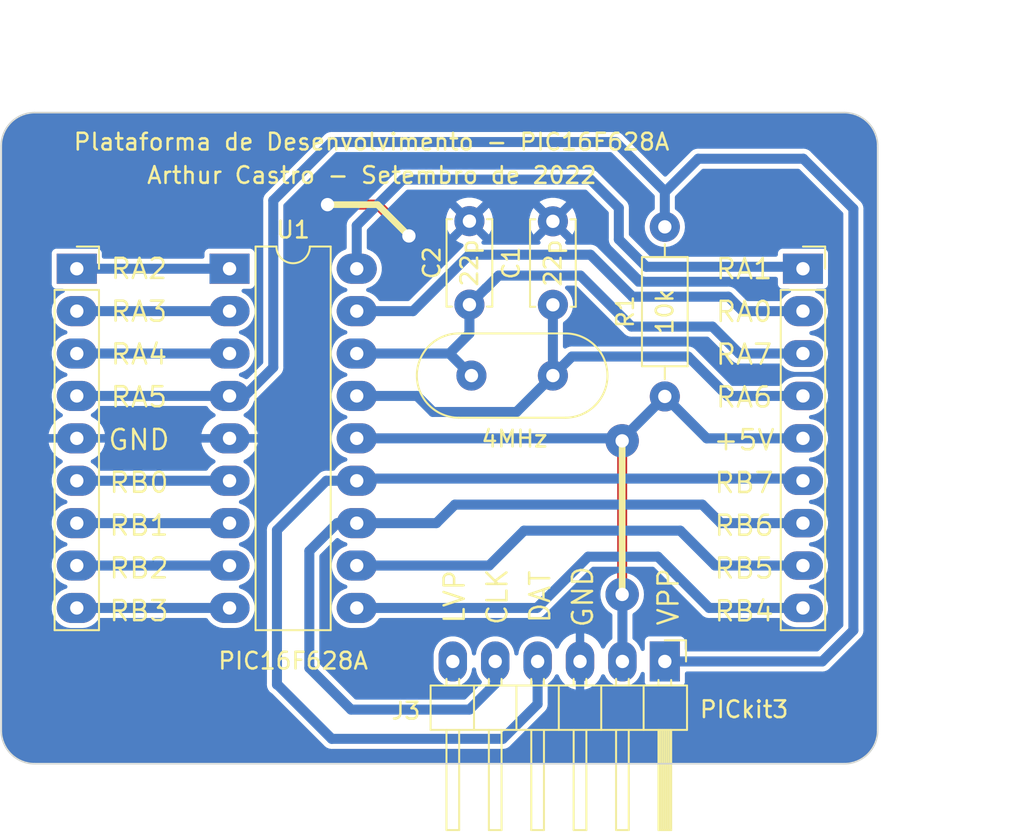
<source format=kicad_pcb>
(kicad_pcb (version 20211014) (generator pcbnew)
  (layers (0 "F.Cu" signal) (31 "B.Cu" signal) (34 "B.Paste" user) (35 "F.Paste" user) (36 "B.SilkS" user "B.Silkscreen") (37 "F.SilkS" user "F.Silkscreen") (38 "B.Mask" user) (39 "F.Mask" user) (44 "Edge.Cuts" user))
  (net 0 "")
  (net 1 "RA6")
  (net 2 "GND")
  (net 3 "RA7")
  (net 4 "RA2")
  (net 5 "RA3")
  (net 6 "RA4")
  (net 7 "RA5")
  (net 8 "RB0")
  (net 9 "RB1")
  (net 10 "RB2")
  (net 11 "RB3")
  (net 12 "RA1")
  (net 13 "RA0")
  (net 14 "+5V")
  (net 15 "DAT")
  (net 16 "CLK")
  (net 17 "RB5")
  (net 18 "RB4")
  (net 19 "LVP")
  (footprint "Crystal:Crystal_HC49-4H_Vertical" (layer "F.Cu") (at 156 95.61 180)
    (fp_text reference "Y1")
    (fp_text value "4MHz" (at 2.3 -3.79) (layer "F.SilkS"))
    (fp_line (start -0.76 -2.525) (end 5.64 -2.525) (layer "F.SilkS") (width 0.12))
    (fp_line (start -0.76 2.525) (end 5.64 2.525) (layer "F.SilkS") (width 0.12))
    (fp_arc (start 5.64 -2.525) (mid 8.165 0) (end 5.64 2.525) (layer "F.SilkS") (width 0.12))
    (fp_arc (start -0.76 2.525) (mid -3.285 0) (end -0.76 -2.525) (layer "F.SilkS") (width 0.12))
    (pad "1" thru_hole circle (at 0 0 180) (size 1.8 1.8) (drill 0.8) (layers *.Cu *.Mask) (net 1 "RA6"))
    (pad "2" thru_hole circle (at 4.88 0 180) (size 1.8 1.8) (drill 0.8) (layers *.Cu *.Mask) (net 3 "RA7"))
  )
  (footprint "Capacitor_THT:C_Disc_D5.0mm_W2.5mm_P5.00mm" (layer "F.Cu") (at 151 91.36 90)
    (fp_text reference "C2" (at 2.5 -2.25 90) (layer "F.SilkS"))
    (fp_text value "22p" (at 2.5 0 90) (layer "F.SilkS"))
    (fp_line (start -0.12 1.055) (end -0.12 1.37) (layer "F.SilkS") (width 0.12))
    (fp_line (start -0.12 -1.37) (end -0.12 -1.055) (layer "F.SilkS") (width 0.12))
    (fp_line (start 5.12 1.055) (end 5.12 1.37) (layer "F.SilkS") (width 0.12))
    (fp_line (start -0.12 -1.37) (end 5.12 -1.37) (layer "F.SilkS") (width 0.12))
    (fp_line (start 5.12 -1.37) (end 5.12 -1.055) (layer "F.SilkS") (width 0.12))
    (fp_line (start -0.12 1.37) (end 5.12 1.37) (layer "F.SilkS") (width 0.12))
    (pad "1" thru_hole circle (at 0 0 90) (size 1.8 1.8) (drill 0.8) (layers *.Cu *.Mask) (net 3 "RA7"))
    (pad "2" thru_hole circle (at 5 0 90) (size 1.8 1.8) (drill 0.8) (layers *.Cu *.Mask) (net 2 "GND"))
  )
  (footprint "Resistor_THT:R_Axial_DIN0207_L6.3mm_D2.5mm_P10.16mm_Horizontal" (layer "F.Cu") (at 162.705 96.86 90)
    (fp_text reference "R1" (at 5.08 -2.37 90) (layer "F.SilkS"))
    (fp_text value "10k" (at 5.08 0 90) (layer "F.SilkS"))
    (fp_line (start 1.04 0) (end 1.81 0) (layer "F.SilkS") (width 0.12))
    (fp_line (start 1.81 -1.37) (end 1.81 1.37) (layer "F.SilkS") (width 0.12))
    (fp_line (start 8.35 1.37) (end 8.35 -1.37) (layer "F.SilkS") (width 0.12))
    (fp_line (start 1.81 1.37) (end 8.35 1.37) (layer "F.SilkS") (width 0.12))
    (fp_line (start 9.12 0) (end 8.35 0) (layer "F.SilkS") (width 0.12))
    (fp_line (start 8.35 -1.37) (end 1.81 -1.37) (layer "F.SilkS") (width 0.12))
    (pad "1" thru_hole circle (at 0 0 90) (size 1.8 1.8) (drill 0.8) (layers *.Cu *.Mask) (net 14 "+5V"))
    (pad "2" thru_hole circle (at 10.16 0 90) (size 1.8 1.8) (drill 0.8) (layers *.Cu *.Mask) (net 7 "RA5"))
  )
  (footprint "Connector_PinHeader_2.54mm:PinHeader_1x06_P2.54mm_Horizontal" (layer "F.Cu") (at 162.705 112.735 -90)
    (fp_text reference "J3" (at 2.965 15.505 180) (layer "F.SilkS"))
    (fp_text value "PICkit3" (at 2.875 -4.75 180) (layer "F.SilkS"))
    (fp_line (start -1.27 0) (end -1.27 -1.27) (layer "F.SilkS") (width 0.12))
    (fp_line (start 1.042929 9.78) (end 1.44 9.78) (layer "F.SilkS") (width 0.12))
    (fp_line (start 10.1 0.38) (end 4.1 0.38) (layer "F.SilkS") (width 0.12))
    (fp_line (start 1.042929 13.08) (end 1.44 13.08) (layer "F.SilkS") (width 0.12))
    (fp_line (start 1.042929 8) (end 1.44 8) (layer "F.SilkS") (width 0.12))
    (fp_line (start 10.1 2.16) (end 10.1 2.92) (layer "F.SilkS") (width 0.12))
    (fp_line (start 1.042929 4.7) (end 1.44 4.7) (layer "F.SilkS") (width 0.12))
    (fp_line (start 10.1 5.46) (end 4.1 5.46) (layer "F.SilkS") (width 0.12))
    (fp_line (start 4.1 -0.2) (end 10.1 -0.2) (layer "F.SilkS") (width 0.12))
    (fp_line (start 10.1 8) (end 4.1 8) (layer "F.SilkS") (width 0.12))
    (fp_line (start 1.44 14.03) (end 4.1 14.03) (layer "F.SilkS") (width 0.12))
    (fp_line (start 4.1 -0.38) (end 10.1 -0.38) (layer "F.SilkS") (width 0.12))
    (fp_line (start 1.44 3.81) (end 4.1 3.81) (layer "F.SilkS") (width 0.12))
    (fp_line (start 1.44 8.89) (end 4.1 8.89) (layer "F.SilkS") (width 0.12))
    (fp_line (start 1.042929 12.32) (end 1.44 12.32) (layer "F.SilkS") (width 0.12))
    (fp_line (start 10.1 2.92) (end 4.1 2.92) (layer "F.SilkS") (width 0.12))
    (fp_line (start 4.1 -0.32) (end 10.1 -0.32) (layer "F.SilkS") (width 0.12))
    (fp_line (start 1.11 0.38) (end 1.44 0.38) (layer "F.SilkS") (width 0.12))
    (fp_line (start 4.1 7.24) (end 10.1 7.24) (layer "F.SilkS") (width 0.12))
    (fp_line (start 4.1 9.78) (end 10.1 9.78) (layer "F.SilkS") (width 0.12))
    (fp_line (start 4.1 0.28) (end 10.1 0.28) (layer "F.SilkS") (width 0.12))
    (fp_line (start 1.042929 5.46) (end 1.44 5.46) (layer "F.SilkS") (width 0.12))
    (fp_line (start 4.1 -1.33) (end 1.44 -1.33) (layer "F.SilkS") (width 0.12))
    (fp_line (start -1.27 -1.27) (end 0 -1.27) (layer "F.SilkS") (width 0.12))
    (fp_line (start 1.44 6.35) (end 4.1 6.35) (layer "F.SilkS") (width 0.12))
    (fp_line (start 10.1 10.54) (end 4.1 10.54) (layer "F.SilkS") (width 0.12))
    (fp_line (start 1.042929 2.92) (end 1.44 2.92) (layer "F.SilkS") (width 0.12))
    (fp_line (start 1.042929 10.54) (end 1.44 10.54) (layer "F.SilkS") (width 0.12))
    (fp_line (start 4.1 0.04) (end 10.1 0.04) (layer "F.SilkS") (width 0.12))
    (fp_line (start 4.1 0.16) (end 10.1 0.16) (layer "F.SilkS") (width 0.12))
    (fp_line (start 10.1 -0.38) (end 10.1 0.38) (layer "F.SilkS") (width 0.12))
    (fp_line (start 1.11 -0.38) (end 1.44 -0.38) (layer "F.SilkS") (width 0.12))
    (fp_line (start 10.1 4.7) (end 10.1 5.46) (layer "F.SilkS") (width 0.12))
    (fp_line (start 1.44 11.43) (end 4.1 11.43) (layer "F.SilkS") (width 0.12))
    (fp_line (start 4.1 2.16) (end 10.1 2.16) (layer "F.SilkS") (width 0.12))
    (fp_line (start 4.1 -0.08) (end 10.1 -0.08) (layer "F.SilkS") (width 0.12))
    (fp_line (start 4.1 12.32) (end 10.1 12.32) (layer "F.SilkS") (width 0.12))
    (fp_line (start 10.1 9.78) (end 10.1 10.54) (layer "F.SilkS") (width 0.12))
    (fp_line (start 4.1 14.03) (end 4.1 -1.33) (layer "F.SilkS") (width 0.12))
    (fp_line (start 1.042929 2.16) (end 1.44 2.16) (layer "F.SilkS") (width 0.12))
    (fp_line (start 1.44 1.27) (end 4.1 1.27) (layer "F.SilkS") (width 0.12))
    (fp_line (start 10.1 12.32) (end 10.1 13.08) (layer "F.SilkS") (width 0.12))
    (fp_line (start 10.1 7.24) (end 10.1 8) (layer "F.SilkS") (width 0.12))
    (fp_line (start 4.1 4.7) (end 10.1 4.7) (layer "F.SilkS") (width 0.12))
    (fp_line (start 1.44 -1.33) (end 1.44 14.03) (layer "F.SilkS") (width 0.12))
    (fp_line (start 1.042929 7.24) (end 1.44 7.24) (layer "F.SilkS") (width 0.12))
    (fp_line (start 10.1 13.08) (end 4.1 13.08) (layer "F.SilkS") (width 0.12))
    (pad "1" thru_hole rect (at 0 0 270) (size 2.4 1.8) (drill 0.8) (layers *.Cu *.Mask) (net 7 "RA5"))
    (pad "2" thru_hole oval (at 0 2.54 270) (size 2.4 1.7) (drill 0.8) (layers *.Cu *.Mask) (net 14 "+5V"))
    (pad "3" thru_hole oval (at 0 5.08 270) (size 2.4 1.7) (drill 0.8) (layers *.Cu *.Mask) (net 2 "GND"))
    (pad "4" thru_hole oval (at 0 7.62 270) (size 2.4 1.7) (drill 0.8) (layers *.Cu *.Mask) (net 15 "DAT"))
    (pad "5" thru_hole oval (at 0 10.16 270) (size 2.4 1.7) (drill 0.8) (layers *.Cu *.Mask) (net 16 "CLK"))
    (pad "6" thru_hole oval (at 0 12.7 270) (size 2.4 1.7) (drill 0.8) (layers *.Cu *.Mask) (net 19 "LVP"))
  )
  (footprint "Capacitor_THT:C_Disc_D5.0mm_W2.5mm_P5.00mm" (layer "F.Cu") (at 156 91.37 90)
    (fp_text reference "C1" (at 2.5 -2.5 90) (layer "F.SilkS"))
    (fp_text value "22p" (at 2.5 0 90) (layer "F.SilkS"))
    (fp_line (start -0.12 -1.37) (end -0.12 -1.055) (layer "F.SilkS") (width 0.12))
    (fp_line (start -0.12 -1.37) (end 5.12 -1.37) (layer "F.SilkS") (width 0.12))
    (fp_line (start -0.12 1.055) (end -0.12 1.37) (layer "F.SilkS") (width 0.12))
    (fp_line (start 5.12 1.055) (end 5.12 1.37) (layer "F.SilkS") (width 0.12))
    (fp_line (start -0.12 1.37) (end 5.12 1.37) (layer "F.SilkS") (width 0.12))
    (fp_line (start 5.12 -1.37) (end 5.12 -1.055) (layer "F.SilkS") (width 0.12))
    (pad "1" thru_hole circle (at 0 0 90) (size 1.8 1.8) (drill 0.8) (layers *.Cu *.Mask) (net 1 "RA6"))
    (pad "2" thru_hole circle (at 5 0 90) (size 1.8 1.8) (drill 0.8) (layers *.Cu *.Mask) (net 2 "GND"))
  )
  (footprint "Connector_PinSocket_2.54mm:PinSocket_1x09_P2.54mm_Vertical" (layer "F.Cu") (at 170.98 89.21)
    (fp_text reference "J2" hide)
    (fp_text value "Conn_01x09_Female" hide)
    (fp_line (start 1.33 1.27) (end 1.33 21.65) (layer "F.SilkS") (width 0.12))
    (fp_line (start -1.33 21.65) (end 1.33 21.65) (layer "F.SilkS") (width 0.12))
    (fp_line (start 1.33 -1.33) (end 1.33 0) (layer "F.SilkS") (width 0.12))
    (fp_line (start 0 -1.33) (end 1.33 -1.33) (layer "F.SilkS") (width 0.12))
    (fp_line (start -1.33 1.27) (end 1.33 1.27) (layer "F.SilkS") (width 0.12))
    (fp_line (start -1.33 1.27) (end -1.33 21.65) (layer "F.SilkS") (width 0.12))
    (pad "1" thru_hole rect (at 0 0) (size 2.4 1.8) (drill 0.8) (layers *.Cu *.Mask) (net 12 "RA1"))
    (pad "2" thru_hole oval (at 0 2.54) (size 2.4 1.8) (drill 0.8) (layers *.Cu *.Mask) (net 13 "RA0"))
    (pad "3" thru_hole oval (at 0 5.08) (size 2.4 1.6) (drill 0.8) (layers *.Cu *.Mask) (net 3 "RA7"))
    (pad "4" thru_hole oval (at 0 7.62) (size 2.4 1.7) (drill 0.8) (layers *.Cu *.Mask) (net 1 "RA6"))
    (pad "5" thru_hole oval (at 0 10.16) (size 2.4 1.7) (drill 0.8) (layers *.Cu *.Mask) (net 14 "+5V"))
    (pad "6" thru_hole oval (at 0 12.7) (size 2.4 1.7) (drill 0.8) (layers *.Cu *.Mask) (net 15 "DAT"))
    (pad "7" thru_hole oval (at 0 15.24) (size 2.4 1.7) (drill 0.8) (layers *.Cu *.Mask) (net 16 "CLK"))
    (pad "8" thru_hole oval (at 0 17.78) (size 2.4 1.7) (drill 0.8) (layers *.Cu *.Mask) (net 17 "RB5"))
    (pad "9" thru_hole oval (at 0 20.32) (size 2.4 1.7) (drill 0.8) (layers *.Cu *.Mask) (net 18 "RB4"))
  )
  (footprint "Connector_PinSocket_2.54mm:PinSocket_1x09_P2.54mm_Vertical" (layer "F.Cu") (at 127.48 89.21)
    (fp_text reference "J1" hide)
    (fp_text value "Conn_01x09_Female" hide)
    (fp_line (start 0 -1.33) (end 1.33 -1.33) (layer "F.SilkS") (width 0.12))
    (fp_line (start 1.33 1.27) (end 1.33 21.65) (layer "F.SilkS") (width 0.12))
    (fp_line (start 1.33 -1.33) (end 1.33 0) (layer "F.SilkS") (width 0.12))
    (fp_line (start -1.33 1.27) (end 1.33 1.27) (layer "F.SilkS") (width 0.12))
    (fp_line (start -1.33 1.27) (end -1.33 21.65) (layer "F.SilkS") (width 0.12))
    (fp_line (start -1.33 21.65) (end 1.33 21.65) (layer "F.SilkS") (width 0.12))
    (pad "1" thru_hole rect (at 0 0) (size 2.4 1.8) (drill 0.8) (layers *.Cu *.Mask) (net 4 "RA2"))
    (pad "2" thru_hole oval (at 0 2.54) (size 2.4 1.8) (drill 0.8) (layers *.Cu *.Mask) (net 5 "RA3"))
    (pad "3" thru_hole oval (at 0 5.08) (size 2.4 1.8) (drill 0.8) (layers *.Cu *.Mask) (net 6 "RA4"))
    (pad "4" thru_hole oval (at 0 7.62) (size 2.4 1.8) (drill 0.8) (layers *.Cu *.Mask) (net 7 "RA5"))
    (pad "5" thru_hole oval (at 0 10.16) (size 2.4 1.8) (drill 0.8) (layers *.Cu *.Mask) (net 2 "GND"))
    (pad "6" thru_hole oval (at 0 12.7) (size 2.4 1.8) (drill 0.8) (layers *.Cu *.Mask) (net 8 "RB0"))
    (pad "7" thru_hole oval (at 0 15.24) (size 2.4 1.8) (drill 0.8) (layers *.Cu *.Mask) (net 9 "RB1"))
    (pad "8" thru_hole oval (at 0 17.78) (size 2.4 1.8) (drill 0.8) (layers *.Cu *.Mask) (net 10 "RB2"))
    (pad "9" thru_hole oval (at 0 20.32) (size 2.4 1.8) (drill 0.8) (layers *.Cu *.Mask) (net 11 "RB3"))
  )
  (footprint "Package_DIP:DIP-18_W7.62mm_LongPads" (layer "F.Cu") (at 136.63 89.21)
    (fp_text reference "U1" (at 3.81 -2.33) (layer "F.SilkS"))
    (fp_text value "PIC16F628A" (at 3.81 23.49) (layer "F.SilkS"))
    (fp_line (start 1.56 21.65) (end 6.06 21.65) (layer "F.SilkS") (width 0.12))
    (fp_line (start 1.56 -1.33) (end 1.56 21.65) (layer "F.SilkS") (width 0.12))
    (fp_line (start 6.06 21.65) (end 6.06 -1.33) (layer "F.SilkS") (width 0.12))
    (fp_line (start 2.81 -1.33) (end 1.56 -1.33) (layer "F.SilkS") (width 0.12))
    (fp_line (start 6.06 -1.33) (end 4.81 -1.33) (layer "F.SilkS") (width 0.12))
    (fp_arc (start 4.81 -1.33) (mid 3.81 -0.33) (end 2.81 -1.33) (layer "F.SilkS") (width 0.12))
    (pad "1" thru_hole rect (at 0 0) (size 2.4 1.8) (drill 0.8) (layers *.Cu *.Mask) (net 4 "RA2"))
    (pad "2" thru_hole oval (at 0 2.54) (size 2.4 1.8) (drill 0.8) (layers *.Cu *.Mask) (net 5 "RA3"))
    (pad "3" thru_hole oval (at 0 5.08) (size 2.4 1.8) (drill 0.8) (layers *.Cu *.Mask) (net 6 "RA4"))
    (pad "4" thru_hole oval (at 0 7.62) (size 2.4 1.8) (drill 0.8) (layers *.Cu *.Mask) (net 7 "RA5"))
    (pad "5" thru_hole oval (at 0 10.16) (size 2.4 1.8) (drill 0.8) (layers *.Cu *.Mask) (net 2 "GND"))
    (pad "6" thru_hole oval (at 0 12.7) (size 2.4 1.8) (drill 0.8) (layers *.Cu *.Mask) (net 8 "RB0"))
    (pad "7" thru_hole oval (at 0 15.24) (size 2.4 1.8) (drill 0.8) (layers *.Cu *.Mask) (net 9 "RB1"))
    (pad "8" thru_hole oval (at 0 17.78) (size 2.4 1.8) (drill 0.8) (layers *.Cu *.Mask) (net 10 "RB2"))
    (pad "9" thru_hole oval (at 0 20.32) (size 2.4 1.8) (drill 0.8) (layers *.Cu *.Mask) (net 11 "RB3"))
    (pad "10" thru_hole oval (at 7.62 20.32) (size 2.4 1.8) (drill 0.8) (layers *.Cu *.Mask) (net 18 "RB4"))
    (pad "11" thru_hole oval (at 7.62 17.78) (size 2.4 1.8) (drill 0.8) (layers *.Cu *.Mask) (net 17 "RB5"))
    (pad "12" thru_hole oval (at 7.62 15.24) (size 2.4 1.8) (drill 0.8) (layers *.Cu *.Mask) (net 16 "CLK"))
    (pad "13" thru_hole oval (at 7.62 12.7) (size 2.4 1.8) (drill 0.8) (layers *.Cu *.Mask) (net 15 "DAT"))
    (pad "14" thru_hole oval (at 7.62 10.16) (size 2.4 1.8) (drill 0.8) (layers *.Cu *.Mask) (net 14 "+5V"))
    (pad "15" thru_hole oval (at 7.62 7.62) (size 2.4 1.8) (drill 0.8) (layers *.Cu *.Mask) (net 1 "RA6"))
    (pad "16" thru_hole oval (at 7.62 5.08) (size 2.4 1.8) (drill 0.8) (layers *.Cu *.Mask) (net 3 "RA7"))
    (pad "17" thru_hole oval (at 7.62 2.54) (size 2.4 1.8) (drill 0.8) (layers *.Cu *.Mask) (net 13 "RA0"))
    (pad "18" thru_hole oval (at 7.62 0) (size 2.4 1.8) (drill 0.8) (layers *.Cu *.Mask) (net 12 "RA1"))
  )
  (gr_line (start 160.15 108.72) (end 160.15 99.52) (layer "F.SilkS") (width 0.4))
  (gr_line (start 145.5 85.37) (end 147.375 87.245) (layer "F.SilkS") (width 0.4))
  (gr_line (start 142.5 85.37) (end 145.5 85.37) (layer "F.SilkS") (width 0.4))
  (gr_line (start 124.955 118.86) (end 173.455 118.86) (layer "Edge.Cuts") (width 0.1))
  (gr_arc (start 124.955 118.86) (mid 123.540786 118.274214) (end 122.955 116.86) (layer "Edge.Cuts") (width 0.1))
  (gr_line (start 122.955 81.86) (end 122.955 116.86) (layer "Edge.Cuts") (width 0.1))
  (gr_arc (start 173.455 79.86) (mid 174.869214 80.445786) (end 175.455 81.86) (layer "Edge.Cuts") (width 0.1))
  (gr_line (start 124.955 79.86) (end 173.455 79.86) (layer "Edge.Cuts") (width 0.1))
  (gr_line (start 175.455 81.86) (end 175.455 116.86) (layer "Edge.Cuts") (width 0.1))
  (gr_arc (start 175.455 116.86) (mid 174.869214 118.274214) (end 173.455 118.86) (layer "Edge.Cuts") (width 0.1))
  (gr_arc (start 122.955 81.86) (mid 123.540786 80.445786) (end 124.955 79.86) (layer "Edge.Cuts") (width 0.1))
  (gr_text "GND" (at 131.205 99.46) (layer "F.SilkS") (effects (font (size 1.2 1.2))))
  (gr_text "Plataforma de Desenvolvimento - PIC16F628A" (at 127.205 81.61) (layer "F.SilkS") (effects (font (size 1 1)) (justify left)))
  (gr_text "RA7" (at 167.455 94.347415) (layer "F.SilkS") (effects (font (size 1.2 1.2))))
  (gr_text "DAT" (at 155.23 108.86 90) (layer "F.SilkS") (effects (font (size 1.2 1.2))))
  (gr_text "GND" (at 157.7925 108.86 90) (layer "F.SilkS") (effects (font (size 1.2 1.2))))
  (gr_text "\n" (at 166.205 108.86 90) (layer "F.SilkS") (effects (font (size 1.2 1.2))))
  (gr_text "RA6" (at 167.455 96.909915) (layer "F.SilkS") (effects (font (size 1.2 1.2))))
  (gr_text "RB2" (at 131.205 107.1475) (layer "F.SilkS") (effects (font (size 1.2 1.2))))
  (gr_text "RB4" (at 167.455 109.722415) (layer "F.SilkS") (effects (font (size 1.2 1.2))))
  (gr_text "RA1" (at 167.455 89.222415) (layer "F.SilkS") (effects (font (size 1.2 1.2))))
  (gr_text "RA5" (at 131.205 96.8975) (layer "F.SilkS") (effects (font (size 1.2 1.2))))
  (gr_text "LVP" (at 150.105 108.86 90) (layer "F.SilkS") (effects (font (size 1.2 1.2))))
  (gr_text "RB1" (at 131.205 104.585) (layer "F.SilkS") (effects (font (size 1.2 1.2))))
  (gr_text "RB3" (at 131.205 109.71) (layer "F.SilkS") (effects (font (size 1.2 1.2))))
  (gr_text "RA4" (at 131.205 94.335) (layer "F.SilkS") (effects (font (size 1.2 1.2))))
  (gr_text "CLK" (at 152.6675 108.86 90) (layer "F.SilkS") (effects (font (size 1.2 1.2))))
  (gr_text "+5V" (at 167.455 99.472415) (layer "F.SilkS") (effects (font (size 1.2 1.2))))
  (gr_text "Arthur Castro - Setembro de 2022" (at 158.705 83.61) (layer "F.SilkS") (effects (font (size 1 1)) (justify right)))
  (gr_text "RB5" (at 167.455 107.159915) (layer "F.SilkS") (effects (font (size 1.2 1.2))))
  (gr_text "RB0" (at 131.205 102.0225) (layer "F.SilkS") (effects (font (size 1.2 1.2))))
  (gr_text "VPP" (at 162.9175 108.86 90) (layer "F.SilkS") (effects (font (size 1.2 1.2))))
  (gr_text "RA3" (at 131.205 91.7725) (layer "F.SilkS") (effects (font (size 1.2 1.2))))
  (gr_text "RB7" (at 167.455 102.034915) (layer "F.SilkS") (effects (font (size 1.2 1.2))))
  (gr_text "RA0" (at 167.455 91.784915) (layer "F.SilkS") (effects (font (size 1.2 1.2))))
  (gr_text "RB6" (at 167.455 104.597415) (layer "F.SilkS") (effects (font (size 1.2 1.2))))
  (gr_text "RA2" (at 131.205 89.21) (layer "F.SilkS") (effects (font (size 1.2 1.2))))
  (segment (start 156 95.61) (end 157.142001 94.467999) (width 0.6) (layer "B.Cu") (net 1))
  (segment (start 147.86 96.83) (end 144.25 96.83) (width 0.6) (layer "B.Cu") (net 1))
  (segment (start 153.820001 97.789999) (end 148.819999 97.789999) (width 0.6) (layer "B.Cu") (net 1))
  (segment (start 164.097999 94.467999) (end 166.46 96.83) (width 0.6) (layer "B.Cu") (net 1))
  (segment (start 157.142001 94.467999) (end 164.097999 94.467999) (width 0.6) (layer "B.Cu") (net 1))
  (segment (start 156 91.37) (end 156 95.61) (width 0.6) (layer "B.Cu") (net 1))
  (segment (start 156 95.61) (end 153.820001 97.789999) (width 0.6) (layer "B.Cu") (net 1))
  (segment (start 156 95.62) (end 156 95.61) (width 0.6) (layer "B.Cu") (net 1))
  (segment (start 166.46 96.83) (end 170.98 96.83) (width 0.6) (layer "B.Cu") (net 1))
  (segment (start 148.819999 97.789999) (end 147.86 96.83) (width 0.6) (layer "B.Cu") (net 1))
  (segment (start 145.5 85.37) (end 142.5 85.37) (width 0.6) (layer "F.Cu") (net 2))
  (segment (start 147.5 87.37) (end 147.375 87.245) (width 0.6) (layer "F.Cu") (net 2))
  (segment (start 147.375 87.245) (end 145.5 85.37) (width 0.6) (layer "F.Cu") (net 2))
  (via (at 147.375 87.245) (size 2) (drill 0.8) (layers "F.Cu" "B.Cu") (net 2))
  (via (at 142.5 85.37) (size 2) (drill 0.8) (layers "F.Cu" "B.Cu") (net 2))
  (segment (start 151 93.09) (end 149.8 94.29) (width 0.6) (layer "B.Cu") (net 3))
  (segment (start 144.25 94.29) (end 149.8 94.29) (width 0.6) (layer "B.Cu") (net 3))
  (segment (start 157.65 89.62) (end 160.705999 92.675999) (width 0.6) (layer "B.Cu") (net 3))
  (segment (start 167.17 94.29) (end 170.98 94.29) (width 0.6) (layer "B.Cu") (net 3))
  (segment (start 165.555999 92.675999) (end 167.17 94.29) (width 0.6) (layer "B.Cu") (net 3))
  (segment (start 149.8 94.29) (end 151.12 95.61) (width 0.6) (layer "B.Cu") (net 3))
  (segment (start 152 90.37) (end 152.75 89.62) (width 0.6) (layer "B.Cu") (net 3))
  (segment (start 152.75 89.62) (end 157.65 89.62) (width 0.6) (layer "B.Cu") (net 3))
  (segment (start 151 91.36) (end 151.99 90.37) (width 0.6) (layer "B.Cu") (net 3))
  (segment (start 151 91.36) (end 151 93.09) (width 0.6) (layer "B.Cu") (net 3))
  (segment (start 160.705999 92.675999) (end 165.555999 92.675999) (width 0.6) (layer "B.Cu") (net 3))
  (segment (start 151.99 90.37) (end 152 90.37) (width 0.6) (layer "B.Cu") (net 3))
  (segment (start 127.48 89.21) (end 136.63 89.21) (width 0.6) (layer "B.Cu") (net 4))
  (segment (start 127.48 91.75) (end 136.63 91.75) (width 0.6) (layer "B.Cu") (net 5))
  (segment (start 127.48 94.29) (end 136.63 94.29) (width 0.6) (layer "B.Cu") (net 6))
  (segment (start 137.54 96.83) (end 139.25 95.12) (width 0.6) (layer "B.Cu") (net 7))
  (segment (start 136.63 96.83) (end 127.48 96.83) (width 0.6) (layer "B.Cu") (net 7))
  (segment (start 139.25 85.12) (end 142.75 81.62) (width 0.6) (layer "B.Cu") (net 7))
  (segment (start 162.705 84.575) (end 162.705 86.7) (width 0.6) (layer "B.Cu") (net 7))
  (segment (start 172.135 112.735) (end 162.705 112.735) (width 0.6) (layer "B.Cu") (net 7))
  (segment (start 171 82.62) (end 174 85.62) (width 0.6) (layer "B.Cu") (net 7))
  (segment (start 164.705 82.62) (end 171 82.62) (width 0.6) (layer "B.Cu") (net 7))
  (segment (start 174 85.62) (end 174 110.87) (width 0.6) (layer "B.Cu") (net 7))
  (segment (start 159.75 81.62) (end 162.705 84.575) (width 0.6) (layer "B.Cu") (net 7))
  (segment (start 162.705 84.62) (end 164.705 82.62) (width 0.6) (layer "B.Cu") (net 7))
  (segment (start 142.75 81.62) (end 159.75 81.62) (width 0.6) (layer "B.Cu") (net 7))
  (segment (start 139.25 95.12) (end 139.25 85.12) (width 0.6) (layer "B.Cu") (net 7))
  (segment (start 136.63 96.83) (end 137.54 96.83) (width 0.6) (layer "B.Cu") (net 7))
  (segment (start 174 110.87) (end 172.135 112.735) (width 0.6) (layer "B.Cu") (net 7))
  (segment (start 127.48 101.91) (end 136.63 101.91) (width 0.6) (layer "B.Cu") (net 8))
  (segment (start 127.48 104.45) (end 136.63 104.45) (width 0.6) (layer "B.Cu") (net 9))
  (segment (start 136.63 106.99) (end 127.48 106.99) (width 0.6) (layer "B.Cu") (net 10))
  (segment (start 127.48 109.53) (end 136.63 109.53) (width 0.6) (layer "B.Cu") (net 11))
  (segment (start 159.95 85.57) (end 159.95 87.451999) (width 0.6) (layer "B.Cu") (net 12))
  (segment (start 159.95 87.451999) (end 161.59 89.091999) (width 0.6) (layer "B.Cu") (net 12))
  (segment (start 147 83.87) (end 158.25 83.87) (width 0.6) (layer "B.Cu") (net 12))
  (segment (start 144.25 86.62) (end 147 83.87) (width 0.6) (layer "B.Cu") (net 12))
  (segment (start 161.59 89.091999) (end 170.98 89.091999) (width 0.6) (layer "B.Cu") (net 12))
  (segment (start 144.25 89.21) (end 144.25 86.62) (width 0.6) (layer "B.Cu") (net 12))
  (segment (start 158.25 83.87) (end 159.95 85.57) (width 0.6) (layer "B.Cu") (net 12))
  (segment (start 166.513999 90.883999) (end 160.763999 90.883999) (width 0.6) (layer "B.Cu") (net 13))
  (segment (start 158.25 88.37) (end 151 88.37) (width 0.6) (layer "B.Cu") (net 13))
  (segment (start 151 88.37) (end 147.62 91.75) (width 0.6) (layer "B.Cu") (net 13))
  (segment (start 170.98 91.75) (end 167.38 91.75) (width 0.6) (layer "B.Cu") (net 13))
  (segment (start 147.62 91.75) (end 144.25 91.75) (width 0.6) (layer "B.Cu") (net 13))
  (segment (start 167.38 91.75) (end 166.513999 90.883999) (width 0.6) (layer "B.Cu") (net 13))
  (segment (start 160.763999 90.883999) (end 158.25 88.37) (width 0.6) (layer "B.Cu") (net 13))
  (segment (start 160.15 108.72) (end 160.15 99.52) (width 0.6) (layer "F.Cu") (net 14))
  (segment (start 160.15 99.52) (end 160.15 99.42) (width 0.6) (layer "F.Cu") (net 14))
  (via (at 160.15 108.72) (size 2) (drill 0.8) (layers "F.Cu" "B.Cu") (net 14))
  (via (at 160.15 99.52) (size 2) (drill 0.8) (layers "F.Cu" "B.Cu") (net 14))
  (segment (start 160.25 99.37) (end 144.25 99.37) (width 0.6) (layer "B.Cu") (net 14))
  (segment (start 170.98 99.37) (end 165.215 99.37) (width 0.6) (layer "B.Cu") (net 14))
  (segment (start 162.705 96.86) (end 162.74 96.86) (width 0.6) (layer "B.Cu") (net 14))
  (segment (start 160.165 108.735) (end 160.15 108.72) (width 0.6) (layer "B.Cu") (net 14))
  (segment (start 160.15 99.415) (end 162.705 96.86) (width 0.6) (layer "B.Cu") (net 14))
  (segment (start 160.165 112.735) (end 160.165 108.735) (width 0.6) (layer "B.Cu") (net 14))
  (segment (start 165.215 99.37) (end 162.705 96.86) (width 0.6) (layer "B.Cu") (net 14))
  (segment (start 142.429999 101.91) (end 139.469999 104.87) (width 0.6) (layer "B.Cu") (net 15))
  (segment (start 139.469999 114.12) (end 139.5 114.12) (width 0.6) (layer "B.Cu") (net 15))
  (segment (start 139.469999 104.87) (end 139.469999 114.12) (width 0.6) (layer "B.Cu") (net 15))
  (segment (start 153 117.37) (end 155.085 115.285) (width 0.6) (layer "B.Cu") (net 15))
  (segment (start 144.25 101.91) (end 142.429999 101.91) (width 0.6) (layer "B.Cu") (net 15))
  (segment (start 144.25 101.78) (end 170.98 101.78) (width 0.6) (layer "B.Cu") (net 15))
  (segment (start 142.75 117.37) (end 153 117.37) (width 0.6) (layer "B.Cu") (net 15))
  (segment (start 155.085 115.285) (end 155.085 112.735) (width 0.6) (layer "B.Cu") (net 15))
  (segment (start 139.5 114.12) (end 142.75 117.37) (width 0.6) (layer "B.Cu") (net 15))
  (segment (start 152.545 112.735) (end 152.545 114.075) (width 0.6) (layer "B.Cu") (net 16))
  (segment (start 149.02 104.45) (end 150.13 103.34) (width 0.6) (layer "B.Cu") (net 16))
  (segment (start 143.079999 104.45) (end 141.409999 106.12) (width 0.6) (layer "B.Cu") (net 16))
  (segment (start 143.909999 115.62) (end 141.409999 113.12) (width 0.6) (layer "B.Cu") (net 16))
  (segment (start 166.06 104.45) (end 164.95 103.34) (width 0.6) (layer "B.Cu") (net 16))
  (segment (start 150.13 103.34) (end 164.95 103.34) (width 0.6) (layer "B.Cu") (net 16))
  (segment (start 151 115.62) (end 143.909999 115.62) (width 0.6) (layer "B.Cu") (net 16))
  (segment (start 144.25 104.45) (end 149.02 104.45) (width 0.6) (layer "B.Cu") (net 16))
  (segment (start 144.25 104.45) (end 143.079999 104.45) (width 0.6) (layer "B.Cu") (net 16))
  (segment (start 152.545 114.075) (end 151 115.62) (width 0.6) (layer "B.Cu") (net 16))
  (segment (start 141.409999 113.12) (end 141.409999 106.12) (width 0.6) (layer "B.Cu") (net 16))
  (segment (start 170.98 104.45) (end 166.06 104.45) (width 0.6) (layer "B.Cu") (net 16))
  (segment (start 170.98 106.99) (end 165.72 106.99) (width 0.6) (layer "B.Cu") (net 17))
  (segment (start 163.63 104.9) (end 154.27 104.9) (width 0.6) (layer "B.Cu") (net 17))
  (segment (start 165.72 106.99) (end 163.63 104.9) (width 0.6) (layer "B.Cu") (net 17))
  (segment (start 154.27 104.9) (end 152.18 106.99) (width 0.6) (layer "B.Cu") (net 17))
  (segment (start 152.18 106.99) (end 144.25 106.99) (width 0.6) (layer "B.Cu") (net 17))
  (segment (start 155.04 109.53) (end 158.11 106.46) (width 0.6) (layer "B.Cu") (net 18))
  (segment (start 158.11 106.46) (end 162.29 106.46) (width 0.6) (layer "B.Cu") (net 18))
  (segment (start 162.29 106.46) (end 165.36 109.53) (width 0.6) (layer "B.Cu") (net 18))
  (segment (start 144.25 109.53) (end 155.04 109.53) (width 0.6) (layer "B.Cu") (net 18))
  (segment (start 165.36 109.53) (end 170.98 109.53) (width 0.6) (layer "B.Cu") (net 18))
  (zone (net 2) (net_name "GND") (layer "B.Cu") (name "GND") (connect_pads (clearance 0)) (min_thickness 0.254) (fill yes (thermal_gap 0.508) (thermal_bridge_width 0.508))
    (polygon (pts (xy 122.955 118.86) (xy 122.955 79.86) (xy 175.455 79.86) (xy 175.455 118.86)))
  )
)
</source>
